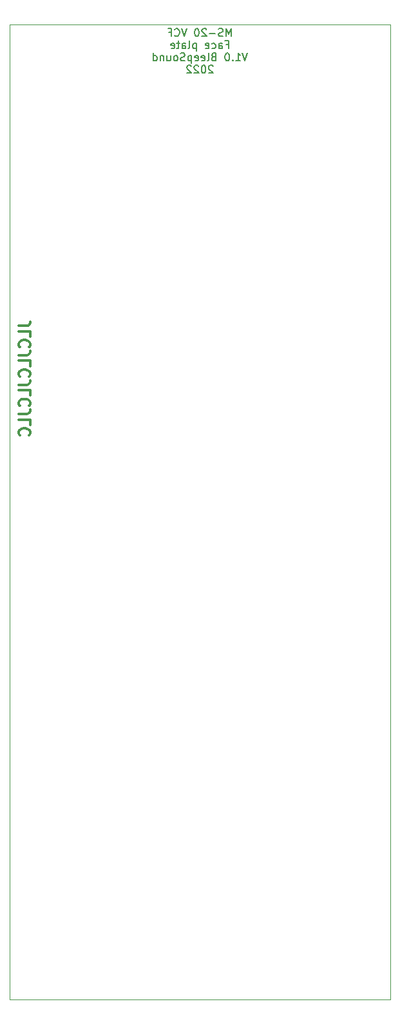
<source format=gbo>
G04 #@! TF.GenerationSoftware,KiCad,Pcbnew,(6.0.6)*
G04 #@! TF.CreationDate,2022-10-26T13:57:36+02:00*
G04 #@! TF.ProjectId,MS20-VCF,4d533230-2d56-4434-962e-6b696361645f,rev?*
G04 #@! TF.SameCoordinates,Original*
G04 #@! TF.FileFunction,Legend,Bot*
G04 #@! TF.FilePolarity,Positive*
%FSLAX46Y46*%
G04 Gerber Fmt 4.6, Leading zero omitted, Abs format (unit mm)*
G04 Created by KiCad (PCBNEW (6.0.6)) date 2022-10-26 13:57:36*
%MOMM*%
%LPD*%
G01*
G04 APERTURE LIST*
G04 #@! TA.AperFunction,Profile*
%ADD10C,0.050000*%
G04 #@! TD*
%ADD11C,0.300000*%
%ADD12C,0.150000*%
%ADD13O,6.700000X4.200000*%
G04 APERTURE END LIST*
D10*
X153000000Y-27500000D02*
X153000000Y-155500000D01*
X103000000Y-27500000D02*
X102999999Y-155500000D01*
X153000000Y-155500000D02*
X102999999Y-155500000D01*
X103000000Y-27500000D02*
X153000000Y-27500000D01*
D11*
X104178571Y-67071428D02*
X105250000Y-67071428D01*
X105464285Y-67000000D01*
X105607142Y-66857142D01*
X105678571Y-66642857D01*
X105678571Y-66500000D01*
X105678571Y-68500000D02*
X105678571Y-67785714D01*
X104178571Y-67785714D01*
X105535714Y-69857142D02*
X105607142Y-69785714D01*
X105678571Y-69571428D01*
X105678571Y-69428571D01*
X105607142Y-69214285D01*
X105464285Y-69071428D01*
X105321428Y-69000000D01*
X105035714Y-68928571D01*
X104821428Y-68928571D01*
X104535714Y-69000000D01*
X104392857Y-69071428D01*
X104250000Y-69214285D01*
X104178571Y-69428571D01*
X104178571Y-69571428D01*
X104250000Y-69785714D01*
X104321428Y-69857142D01*
X104178571Y-70928571D02*
X105250000Y-70928571D01*
X105464285Y-70857142D01*
X105607142Y-70714285D01*
X105678571Y-70500000D01*
X105678571Y-70357142D01*
X105678571Y-72357142D02*
X105678571Y-71642857D01*
X104178571Y-71642857D01*
X105535714Y-73714285D02*
X105607142Y-73642857D01*
X105678571Y-73428571D01*
X105678571Y-73285714D01*
X105607142Y-73071428D01*
X105464285Y-72928571D01*
X105321428Y-72857142D01*
X105035714Y-72785714D01*
X104821428Y-72785714D01*
X104535714Y-72857142D01*
X104392857Y-72928571D01*
X104250000Y-73071428D01*
X104178571Y-73285714D01*
X104178571Y-73428571D01*
X104250000Y-73642857D01*
X104321428Y-73714285D01*
X104178571Y-74785714D02*
X105250000Y-74785714D01*
X105464285Y-74714285D01*
X105607142Y-74571428D01*
X105678571Y-74357142D01*
X105678571Y-74214285D01*
X105678571Y-76214285D02*
X105678571Y-75500000D01*
X104178571Y-75500000D01*
X105535714Y-77571428D02*
X105607142Y-77500000D01*
X105678571Y-77285714D01*
X105678571Y-77142857D01*
X105607142Y-76928571D01*
X105464285Y-76785714D01*
X105321428Y-76714285D01*
X105035714Y-76642857D01*
X104821428Y-76642857D01*
X104535714Y-76714285D01*
X104392857Y-76785714D01*
X104250000Y-76928571D01*
X104178571Y-77142857D01*
X104178571Y-77285714D01*
X104250000Y-77500000D01*
X104321428Y-77571428D01*
X104178571Y-78642857D02*
X105250000Y-78642857D01*
X105464285Y-78571428D01*
X105607142Y-78428571D01*
X105678571Y-78214285D01*
X105678571Y-78071428D01*
X105678571Y-80071428D02*
X105678571Y-79357142D01*
X104178571Y-79357142D01*
X105535714Y-81428571D02*
X105607142Y-81357142D01*
X105678571Y-81142857D01*
X105678571Y-81000000D01*
X105607142Y-80785714D01*
X105464285Y-80642857D01*
X105321428Y-80571428D01*
X105035714Y-80500000D01*
X104821428Y-80500000D01*
X104535714Y-80571428D01*
X104392857Y-80642857D01*
X104250000Y-80785714D01*
X104178571Y-81000000D01*
X104178571Y-81142857D01*
X104250000Y-81357142D01*
X104321428Y-81428571D01*
D12*
X132119047Y-29037380D02*
X132119047Y-28037380D01*
X131785714Y-28751666D01*
X131452380Y-28037380D01*
X131452380Y-29037380D01*
X131023809Y-28989761D02*
X130880952Y-29037380D01*
X130642857Y-29037380D01*
X130547619Y-28989761D01*
X130500000Y-28942142D01*
X130452380Y-28846904D01*
X130452380Y-28751666D01*
X130500000Y-28656428D01*
X130547619Y-28608809D01*
X130642857Y-28561190D01*
X130833333Y-28513571D01*
X130928571Y-28465952D01*
X130976190Y-28418333D01*
X131023809Y-28323095D01*
X131023809Y-28227857D01*
X130976190Y-28132619D01*
X130928571Y-28085000D01*
X130833333Y-28037380D01*
X130595238Y-28037380D01*
X130452380Y-28085000D01*
X130023809Y-28656428D02*
X129261904Y-28656428D01*
X128833333Y-28132619D02*
X128785714Y-28085000D01*
X128690476Y-28037380D01*
X128452380Y-28037380D01*
X128357142Y-28085000D01*
X128309523Y-28132619D01*
X128261904Y-28227857D01*
X128261904Y-28323095D01*
X128309523Y-28465952D01*
X128880952Y-29037380D01*
X128261904Y-29037380D01*
X127642857Y-28037380D02*
X127547619Y-28037380D01*
X127452380Y-28085000D01*
X127404761Y-28132619D01*
X127357142Y-28227857D01*
X127309523Y-28418333D01*
X127309523Y-28656428D01*
X127357142Y-28846904D01*
X127404761Y-28942142D01*
X127452380Y-28989761D01*
X127547619Y-29037380D01*
X127642857Y-29037380D01*
X127738095Y-28989761D01*
X127785714Y-28942142D01*
X127833333Y-28846904D01*
X127880952Y-28656428D01*
X127880952Y-28418333D01*
X127833333Y-28227857D01*
X127785714Y-28132619D01*
X127738095Y-28085000D01*
X127642857Y-28037380D01*
X126261904Y-28037380D02*
X125928571Y-29037380D01*
X125595238Y-28037380D01*
X124690476Y-28942142D02*
X124738095Y-28989761D01*
X124880952Y-29037380D01*
X124976190Y-29037380D01*
X125119047Y-28989761D01*
X125214285Y-28894523D01*
X125261904Y-28799285D01*
X125309523Y-28608809D01*
X125309523Y-28465952D01*
X125261904Y-28275476D01*
X125214285Y-28180238D01*
X125119047Y-28085000D01*
X124976190Y-28037380D01*
X124880952Y-28037380D01*
X124738095Y-28085000D01*
X124690476Y-28132619D01*
X123928571Y-28513571D02*
X124261904Y-28513571D01*
X124261904Y-29037380D02*
X124261904Y-28037380D01*
X123785714Y-28037380D01*
X131428571Y-30123571D02*
X131761904Y-30123571D01*
X131761904Y-30647380D02*
X131761904Y-29647380D01*
X131285714Y-29647380D01*
X130476190Y-30647380D02*
X130476190Y-30123571D01*
X130523809Y-30028333D01*
X130619047Y-29980714D01*
X130809523Y-29980714D01*
X130904761Y-30028333D01*
X130476190Y-30599761D02*
X130571428Y-30647380D01*
X130809523Y-30647380D01*
X130904761Y-30599761D01*
X130952380Y-30504523D01*
X130952380Y-30409285D01*
X130904761Y-30314047D01*
X130809523Y-30266428D01*
X130571428Y-30266428D01*
X130476190Y-30218809D01*
X129571428Y-30599761D02*
X129666666Y-30647380D01*
X129857142Y-30647380D01*
X129952380Y-30599761D01*
X130000000Y-30552142D01*
X130047619Y-30456904D01*
X130047619Y-30171190D01*
X130000000Y-30075952D01*
X129952380Y-30028333D01*
X129857142Y-29980714D01*
X129666666Y-29980714D01*
X129571428Y-30028333D01*
X128761904Y-30599761D02*
X128857142Y-30647380D01*
X129047619Y-30647380D01*
X129142857Y-30599761D01*
X129190476Y-30504523D01*
X129190476Y-30123571D01*
X129142857Y-30028333D01*
X129047619Y-29980714D01*
X128857142Y-29980714D01*
X128761904Y-30028333D01*
X128714285Y-30123571D01*
X128714285Y-30218809D01*
X129190476Y-30314047D01*
X127523809Y-29980714D02*
X127523809Y-30980714D01*
X127523809Y-30028333D02*
X127428571Y-29980714D01*
X127238095Y-29980714D01*
X127142857Y-30028333D01*
X127095238Y-30075952D01*
X127047619Y-30171190D01*
X127047619Y-30456904D01*
X127095238Y-30552142D01*
X127142857Y-30599761D01*
X127238095Y-30647380D01*
X127428571Y-30647380D01*
X127523809Y-30599761D01*
X126476190Y-30647380D02*
X126571428Y-30599761D01*
X126619047Y-30504523D01*
X126619047Y-29647380D01*
X125666666Y-30647380D02*
X125666666Y-30123571D01*
X125714285Y-30028333D01*
X125809523Y-29980714D01*
X126000000Y-29980714D01*
X126095238Y-30028333D01*
X125666666Y-30599761D02*
X125761904Y-30647380D01*
X126000000Y-30647380D01*
X126095238Y-30599761D01*
X126142857Y-30504523D01*
X126142857Y-30409285D01*
X126095238Y-30314047D01*
X126000000Y-30266428D01*
X125761904Y-30266428D01*
X125666666Y-30218809D01*
X125333333Y-29980714D02*
X124952380Y-29980714D01*
X125190476Y-29647380D02*
X125190476Y-30504523D01*
X125142857Y-30599761D01*
X125047619Y-30647380D01*
X124952380Y-30647380D01*
X124238095Y-30599761D02*
X124333333Y-30647380D01*
X124523809Y-30647380D01*
X124619047Y-30599761D01*
X124666666Y-30504523D01*
X124666666Y-30123571D01*
X124619047Y-30028333D01*
X124523809Y-29980714D01*
X124333333Y-29980714D01*
X124238095Y-30028333D01*
X124190476Y-30123571D01*
X124190476Y-30218809D01*
X124666666Y-30314047D01*
X134261904Y-31257380D02*
X133928571Y-32257380D01*
X133595238Y-31257380D01*
X132738095Y-32257380D02*
X133309523Y-32257380D01*
X133023809Y-32257380D02*
X133023809Y-31257380D01*
X133119047Y-31400238D01*
X133214285Y-31495476D01*
X133309523Y-31543095D01*
X132309523Y-32162142D02*
X132261904Y-32209761D01*
X132309523Y-32257380D01*
X132357142Y-32209761D01*
X132309523Y-32162142D01*
X132309523Y-32257380D01*
X131642857Y-31257380D02*
X131547619Y-31257380D01*
X131452380Y-31305000D01*
X131404761Y-31352619D01*
X131357142Y-31447857D01*
X131309523Y-31638333D01*
X131309523Y-31876428D01*
X131357142Y-32066904D01*
X131404761Y-32162142D01*
X131452380Y-32209761D01*
X131547619Y-32257380D01*
X131642857Y-32257380D01*
X131738095Y-32209761D01*
X131785714Y-32162142D01*
X131833333Y-32066904D01*
X131880952Y-31876428D01*
X131880952Y-31638333D01*
X131833333Y-31447857D01*
X131785714Y-31352619D01*
X131738095Y-31305000D01*
X131642857Y-31257380D01*
X129785714Y-31733571D02*
X129642857Y-31781190D01*
X129595238Y-31828809D01*
X129547619Y-31924047D01*
X129547619Y-32066904D01*
X129595238Y-32162142D01*
X129642857Y-32209761D01*
X129738095Y-32257380D01*
X130119047Y-32257380D01*
X130119047Y-31257380D01*
X129785714Y-31257380D01*
X129690476Y-31305000D01*
X129642857Y-31352619D01*
X129595238Y-31447857D01*
X129595238Y-31543095D01*
X129642857Y-31638333D01*
X129690476Y-31685952D01*
X129785714Y-31733571D01*
X130119047Y-31733571D01*
X128976190Y-32257380D02*
X129071428Y-32209761D01*
X129119047Y-32114523D01*
X129119047Y-31257380D01*
X128214285Y-32209761D02*
X128309523Y-32257380D01*
X128500000Y-32257380D01*
X128595238Y-32209761D01*
X128642857Y-32114523D01*
X128642857Y-31733571D01*
X128595238Y-31638333D01*
X128500000Y-31590714D01*
X128309523Y-31590714D01*
X128214285Y-31638333D01*
X128166666Y-31733571D01*
X128166666Y-31828809D01*
X128642857Y-31924047D01*
X127357142Y-32209761D02*
X127452380Y-32257380D01*
X127642857Y-32257380D01*
X127738095Y-32209761D01*
X127785714Y-32114523D01*
X127785714Y-31733571D01*
X127738095Y-31638333D01*
X127642857Y-31590714D01*
X127452380Y-31590714D01*
X127357142Y-31638333D01*
X127309523Y-31733571D01*
X127309523Y-31828809D01*
X127785714Y-31924047D01*
X126880952Y-31590714D02*
X126880952Y-32590714D01*
X126880952Y-31638333D02*
X126785714Y-31590714D01*
X126595238Y-31590714D01*
X126500000Y-31638333D01*
X126452380Y-31685952D01*
X126404761Y-31781190D01*
X126404761Y-32066904D01*
X126452380Y-32162142D01*
X126500000Y-32209761D01*
X126595238Y-32257380D01*
X126785714Y-32257380D01*
X126880952Y-32209761D01*
X126023809Y-32209761D02*
X125880952Y-32257380D01*
X125642857Y-32257380D01*
X125547619Y-32209761D01*
X125500000Y-32162142D01*
X125452380Y-32066904D01*
X125452380Y-31971666D01*
X125500000Y-31876428D01*
X125547619Y-31828809D01*
X125642857Y-31781190D01*
X125833333Y-31733571D01*
X125928571Y-31685952D01*
X125976190Y-31638333D01*
X126023809Y-31543095D01*
X126023809Y-31447857D01*
X125976190Y-31352619D01*
X125928571Y-31305000D01*
X125833333Y-31257380D01*
X125595238Y-31257380D01*
X125452380Y-31305000D01*
X124880952Y-32257380D02*
X124976190Y-32209761D01*
X125023809Y-32162142D01*
X125071428Y-32066904D01*
X125071428Y-31781190D01*
X125023809Y-31685952D01*
X124976190Y-31638333D01*
X124880952Y-31590714D01*
X124738095Y-31590714D01*
X124642857Y-31638333D01*
X124595238Y-31685952D01*
X124547619Y-31781190D01*
X124547619Y-32066904D01*
X124595238Y-32162142D01*
X124642857Y-32209761D01*
X124738095Y-32257380D01*
X124880952Y-32257380D01*
X123690476Y-31590714D02*
X123690476Y-32257380D01*
X124119047Y-31590714D02*
X124119047Y-32114523D01*
X124071428Y-32209761D01*
X123976190Y-32257380D01*
X123833333Y-32257380D01*
X123738095Y-32209761D01*
X123690476Y-32162142D01*
X123214285Y-31590714D02*
X123214285Y-32257380D01*
X123214285Y-31685952D02*
X123166666Y-31638333D01*
X123071428Y-31590714D01*
X122928571Y-31590714D01*
X122833333Y-31638333D01*
X122785714Y-31733571D01*
X122785714Y-32257380D01*
X121880952Y-32257380D02*
X121880952Y-31257380D01*
X121880952Y-32209761D02*
X121976190Y-32257380D01*
X122166666Y-32257380D01*
X122261904Y-32209761D01*
X122309523Y-32162142D01*
X122357142Y-32066904D01*
X122357142Y-31781190D01*
X122309523Y-31685952D01*
X122261904Y-31638333D01*
X122166666Y-31590714D01*
X121976190Y-31590714D01*
X121880952Y-31638333D01*
X129714285Y-32962619D02*
X129666666Y-32915000D01*
X129571428Y-32867380D01*
X129333333Y-32867380D01*
X129238095Y-32915000D01*
X129190476Y-32962619D01*
X129142857Y-33057857D01*
X129142857Y-33153095D01*
X129190476Y-33295952D01*
X129761904Y-33867380D01*
X129142857Y-33867380D01*
X128523809Y-32867380D02*
X128428571Y-32867380D01*
X128333333Y-32915000D01*
X128285714Y-32962619D01*
X128238095Y-33057857D01*
X128190476Y-33248333D01*
X128190476Y-33486428D01*
X128238095Y-33676904D01*
X128285714Y-33772142D01*
X128333333Y-33819761D01*
X128428571Y-33867380D01*
X128523809Y-33867380D01*
X128619047Y-33819761D01*
X128666666Y-33772142D01*
X128714285Y-33676904D01*
X128761904Y-33486428D01*
X128761904Y-33248333D01*
X128714285Y-33057857D01*
X128666666Y-32962619D01*
X128619047Y-32915000D01*
X128523809Y-32867380D01*
X127809523Y-32962619D02*
X127761904Y-32915000D01*
X127666666Y-32867380D01*
X127428571Y-32867380D01*
X127333333Y-32915000D01*
X127285714Y-32962619D01*
X127238095Y-33057857D01*
X127238095Y-33153095D01*
X127285714Y-33295952D01*
X127857142Y-33867380D01*
X127238095Y-33867380D01*
X126857142Y-32962619D02*
X126809523Y-32915000D01*
X126714285Y-32867380D01*
X126476190Y-32867380D01*
X126380952Y-32915000D01*
X126333333Y-32962619D01*
X126285714Y-33057857D01*
X126285714Y-33153095D01*
X126333333Y-33295952D01*
X126904761Y-33867380D01*
X126285714Y-33867380D01*
%LPC*%
D13*
X111000000Y-30500000D03*
X145000000Y-30500000D03*
X145000000Y-152500000D03*
X111000000Y-152500000D03*
M02*

</source>
